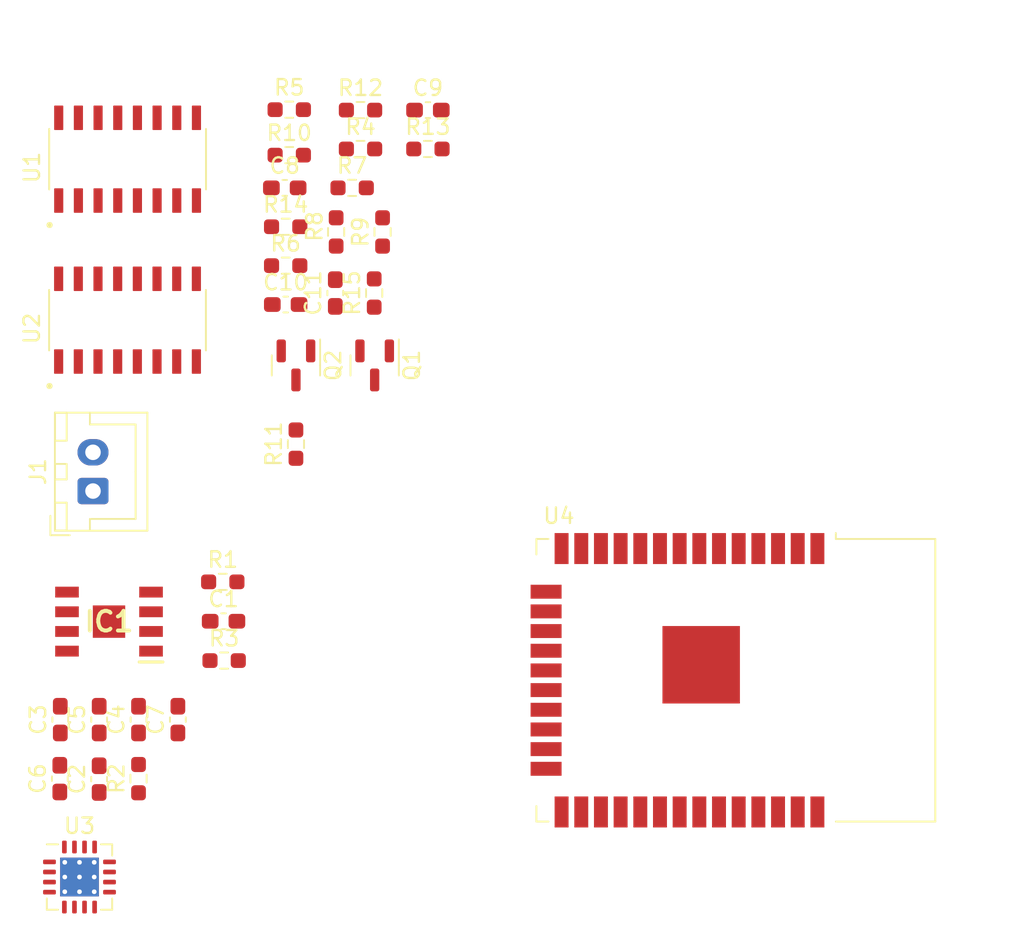
<source format=kicad_pcb>
(kicad_pcb (version 20211014) (generator pcbnew)
  (layers (0 "F.Cu" signal) (31 "B.Cu" signal) (34 "B.Paste" user) (35 "F.Paste" user) (36 "B.SilkS" user "B.Silkscreen") (37 "F.SilkS" user "F.Silkscreen") (38 "B.Mask" user) (39 "F.Mask" user) (44 "Edge.Cuts" user))
  (net 0 "")
  (net 2 "Net-(C1-Pad1)")
  (net 3 "Net-(C1-Pad2)")
  (net 4 "Net-(C3-Pad2)")
  (net 5 "BAT")
  (net 6 "Net-(C4-Pad2)")
  (net 7 "Net-(C6-Pad1)")
  (net 8 "Net-(IC1-Pad7)")
  (net 12 "Net-(C2-Pad1)")
  (net 13 "Net-(C3-Pad1)")
  (net 14 "Net-(D1-Pad2)")
  (net 15 "Net-(D1-Pad1)")
  (net 18 "/BASE")
  (net 19 "GND")
  (net 20 "/BASE1")
  (net 21 "Net-(C10-Pad2)")
  (net 22 "Net-(C11-Pad1)")
  (net 23 "/VSUP")
  (net 24 "Net-(J2-Pad3)")
  (net 25 "Net-(J2-Pad4)")
  (net 26 "Net-(J3-Pad4)")
  (net 27 "Net-(J3-Pad3)")
  (net 28 "/VFB")
  (net 29 "Net-(J4-Pad3)")
  (net 30 "Net-(R10-Pad2)")
  (net 31 "Net-(J4-Pad4)")
  (net 32 "Net-(R11-Pad2)")
  (net 33 "Net-(J5-Pad4)")
  (net 34 "Net-(R12-Pad2)")
  (net 35 "Net-(R13-Pad1)")
  (net 36 "Net-(J5-Pad3)")
  (net 37 "/VFB1")
  (net 38 "/SCK")
  (net 39 "/Dout")
  (net 40 "/Dout1")
  (net 41 "Net-(C8-Pad2)")
  (net 42 "Net-(C9-Pad1)")
  (net 43 "Net-(R4-Pad2)")
  (net 44 "Net-(R5-Pad2)")
  (net 45 "Net-(R6-Pad2)")
  (net 46 "Net-(R7-Pad1)")
  (net 57 "Net-(U3-Pad10)")
  (net 58 "Net-(U4-Pad1)")
  (footprint "Package_TO_SOT_SMD:SOT-23" (layer "F.Cu") (at 95.25 44.45 -90)
    (fp_text reference "Q2" (at 0 -2.4 -270) (layer "F.SilkS"))
    (fp_text value "BC860")
    (fp_line (start 0 1.56) (end 0.65 1.56) (layer "F.SilkS") (width 0.12))
    (fp_line (start 0 -1.56) (end -1.675 -1.56) (layer "F.SilkS") (width 0.12))
    (fp_line (start 0 1.56) (end -0.65 1.56) (layer "F.SilkS") (width 0.12))
    (fp_line (start 0 -1.56) (end 0.65 -1.56) (layer "F.SilkS") (width 0.12))
    (pad "1" smd roundrect (at -0.9375 -0.95 270) (size 1.475 0.6) (layers "F.Cu" "F.Paste" "F.Mask") (net 20 "/BASE1"))
    (pad "2" smd roundrect (at -0.9375 0.95 270) (size 1.475 0.6) (layers "F.Cu" "F.Paste" "F.Mask") (net 23 "/VSUP"))
    (pad "3" smd roundrect (at 0.9375 0 270) (size 1.475 0.6) (layers "F.Cu" "F.Paste" "F.Mask") (net 22 "Net-(C11-Pad1)"))
  )
  (footprint "Capacitor_SMD:C_0603_1608Metric_Pad1.08x0.95mm_HandSolder" (layer "F.Cu") (at 80.04 67.31 90)
    (fp_text reference "C3" (at 0 -1.43 90) (layer "F.SilkS"))
    (fp_text value "C_Small")
    (fp_line (start -0.146267 0.51) (end 0.146267 0.51) (layer "F.SilkS") (width 0.12))
    (fp_line (start -0.146267 -0.51) (end 0.146267 -0.51) (layer "F.SilkS") (width 0.12))
    (pad "1" smd roundrect (at -0.8625 0 90) (size 1.075 0.95) (layers "F.Cu" "F.Paste" "F.Mask") (net 13 "Net-(C3-Pad1)"))
    (pad "2" smd roundrect (at 0.8625 0 90) (size 1.075 0.95) (layers "F.Cu" "F.Paste" "F.Mask") (net 4 "Net-(C3-Pad2)"))
  )
  (footprint "Resistor_SMD:R_0603_1608Metric_Pad0.98x0.95mm_HandSolder" (layer "F.Cu") (at 95.25 49.53 90)
    (fp_text reference "R11" (at 0 -1.43 90) (layer "F.SilkS"))
    (fp_text value "R_US")
    (fp_line (start -0.254724 0.5225) (end 0.254724 0.5225) (layer "F.SilkS") (width 0.12))
    (fp_line (start -0.254724 -0.5225) (end 0.254724 -0.5225) (layer "F.SilkS") (width 0.12))
    (pad "1" smd roundrect (at -0.9125 0 90) (size 0.975 0.95) (layers "F.Cu" "F.Paste" "F.Mask") (net 31 "Net-(J4-Pad4)"))
    (pad "2" smd roundrect (at 0.9125 0 90) (size 0.975 0.95) (layers "F.Cu" "F.Paste" "F.Mask") (net 32 "Net-(R11-Pad2)"))
  )
  (footprint "Capacitor_SMD:C_0603_1608Metric_Pad1.08x0.95mm_HandSolder" (layer "F.Cu") (at 94.5875 40.52)
    (fp_text reference "C10" (at 0 -1.43) (layer "F.SilkS"))
    (fp_text value "C_Small")
    (fp_line (start -0.146267 0.51) (end 0.146267 0.51) (layer "F.SilkS") (width 0.12))
    (fp_line (start -0.146267 -0.51) (end 0.146267 -0.51) (layer "F.SilkS") (width 0.12))
    (pad "1" smd roundrect (at -0.8625 0) (size 1.075 0.95) (layers "F.Cu" "F.Paste" "F.Mask") (net 20 "/BASE1"))
    (pad "2" smd roundrect (at 0.8625 0) (size 1.075 0.95) (layers "F.Cu" "F.Paste" "F.Mask") (net 21 "Net-(C10-Pad2)"))
  )
  (footprint "Resistor_SMD:R_0603_1608Metric_Pad0.98x0.95mm_HandSolder" (layer "F.Cu") (at 85.09 71.12 90)
    (fp_text reference "R2" (at 0 -1.43 90) (layer "F.SilkS"))
    (fp_text value "R_US")
    (fp_line (start -0.254724 0.5225) (end 0.254724 0.5225) (layer "F.SilkS") (width 0.12))
    (fp_line (start -0.254724 -0.5225) (end 0.254724 -0.5225) (layer "F.SilkS") (width 0.12))
    (pad "1" smd roundrect (at -0.9125 0 90) (size 0.975 0.95) (layers "F.Cu" "F.Paste" "F.Mask"))
    (pad "2" smd roundrect (at 0.9125 0 90) (size 0.975 0.95) (layers "F.Cu" "F.Paste" "F.Mask"))
  )
  (footprint "Resistor_SMD:R_0603_1608Metric_Pad0.98x0.95mm_HandSolder" (layer "F.Cu") (at 100.841274 35.83592 90)
    (fp_text reference "R9" (at 0 -1.43 90) (layer "F.SilkS"))
    (fp_text value "R_US")
    (fp_line (start -0.254724 -0.5225) (end 0.254724 -0.5225) (layer "F.SilkS") (width 0.12))
    (fp_line (start -0.254724 0.5225) (end 0.254724 0.5225) (layer "F.SilkS") (width 0.12))
    (pad "1" smd roundrect (at -0.9125 0 90) (size 0.975 0.95) (layers "F.Cu" "F.Paste" "F.Mask") (net 28 "/VFB"))
    (pad "2" smd roundrect (at 0.9125 0 90) (size 0.975 0.95) (layers "F.Cu" "F.Paste" "F.Mask") (net 19 "GND"))
  )
  (footprint "Resistor_SMD:R_0603_1608Metric_Pad0.98x0.95mm_HandSolder" (layer "F.Cu") (at 97.844074 35.83402 90)
    (fp_text reference "R8" (at 0.3556 -1.397 90) (layer "F.SilkS"))
    (fp_text value "R_US")
    (fp_line (start -0.254724 0.5225) (end 0.254724 0.5225) (layer "F.SilkS") (width 0.12))
    (fp_line (start -0.254724 -0.5225) (end 0.254724 -0.5225) (layer "F.SilkS") (width 0.12))
    (pad "1" smd roundrect (at -0.9125 0 90) (size 0.975 0.95) (layers "F.Cu" "F.Paste" "F.Mask") (net 42 "Net-(C9-Pad1)"))
    (pad "2" smd roundrect (at 0.9125 0 90) (size 0.975 0.95) (layers "F.Cu" "F.Paste" "F.Mask") (net 28 "/VFB"))
  )
  (footprint "Capacitor_SMD:C_0603_1608Metric_Pad1.08x0.95mm_HandSolder" (layer "F.Cu") (at 90.5775 60.96)
    (fp_text reference "C1" (at 0 -1.43) (layer "F.SilkS"))
    (fp_text value "C_Small")
    (fp_line (start -0.146267 0.51) (end 0.146267 0.51) (layer "F.SilkS") (width 0.12))
    (fp_line (start -0.146267 -0.51) (end 0.146267 -0.51) (layer "F.SilkS") (width 0.12))
    (pad "1" smd roundrect (at -0.8625 0) (size 1.075 0.95) (layers "F.Cu" "F.Paste" "F.Mask") (net 2 "Net-(C1-Pad1)"))
    (pad "2" smd roundrect (at 0.8625 0) (size 1.075 0.95) (layers "F.Cu" "F.Paste" "F.Mask") (net 3 "Net-(C1-Pad2)"))
  )
  (footprint "Capacitor_SMD:C_0603_1608Metric_Pad1.08x0.95mm_HandSolder" (layer "F.Cu") (at 87.63 67.31 90)
    (fp_text reference "C7" (at 0 -1.43 90) (layer "F.SilkS"))
    (fp_text value "C_Small")
    (fp_line (start -0.146267 -0.51) (end 0.146267 -0.51) (layer "F.SilkS") (width 0.12))
    (fp_line (start -0.146267 0.51) (end 0.146267 0.51) (layer "F.SilkS") (width 0.12))
    (pad "1" smd roundrect (at -0.8625 0 90) (size 1.075 0.95) (layers "F.Cu" "F.Paste" "F.Mask") (net 13 "Net-(C3-Pad1)"))
    (pad "2" smd roundrect (at 0.8625 0 90) (size 1.075 0.95) (layers "F.Cu" "F.Paste" "F.Mask") (net 4 "Net-(C3-Pad2)"))
  )
  (footprint "HX711:SOP127P600X180-16N" (layer "F.Cu") (at 84.3838 31.1385 90)
    (fp_text reference "U1" (at -0.535 -6.172 90) (layer "F.SilkS"))
    (fp_text value "HX711")
    (fp_line (start -1.95 5.06) (end 1.95 5.06) (layer "F.SilkS") (width 0.127))
    (fp_line (start -1.95 -5.06) (end 1.95 -5.06) (layer "F.SilkS") (width 0.127))
    (fp_circle (center -4.25 -5.035) (end -4.15 -5.035) (layer "F.SilkS") (width 0.2) (fill none))
    (pad "1" smd roundrect locked (at -2.67 -4.445 90) (size 1.58 0.59) (layers "F.Cu" "F.Paste" "F.Mask") (roundrect_rratio 0.07) (net 23 "/VSUP"))
    (pad "2" smd roundrect locked (at -2.67 -3.175 90) (size 1.58 0.59) (layers "F.Cu" "F.Paste" "F.Mask") (roundrect_rratio 0.07) (net 18 "/BASE"))
    (pad "3" smd roundrect locked (at -2.67 -1.905 90) (size 1.58 0.59) (layers "F.Cu" "F.Paste" "F.Mask") (roundrect_rratio 0.07) (net 42 "Net-(C9-Pad1)"))
    (pad "4" smd roundrect locked (at -2.67 -0.635 90) (size 1.58 0.59) (layers "F.Cu" "F.Paste" "F.Mask") (roundrect_rratio 0.07) (net 28 "/VFB"))
    (pad "5" smd roundrect locked (at -2.67 0.635 90) (size 1.58 0.59) (layers "F.Cu" "F.Paste" "F.Mask") (roundrect_rratio 0.07) (net 19 "GND"))
    (pad "6" smd roundrect locked (at -2.67 1.905 90) (size 1.58 0.59) (layers "F.Cu" "F.Paste" "F.Mask") (roundrect_rratio 0.07) (net 41 "Net-(C8-Pad2)"))
    (pad "7" smd roundrect locked (at -2.67 3.175 90) (size 1.58 0.59) (layers "F.Cu" "F.Paste" "F.Mask") (roundrect_rratio 0.07) (net 43 "Net-(R4-Pad2)"))
    (pad "8" smd roundrect locked (at -2.67 4.445 90) (size 1.58 0.59) (layers "F.Cu" "F.Paste" "F.Mask") (roundrect_rratio 0.07) (net 44 "Net-(R5-Pad2)"))
    (pad "9" smd roundrect locked (at 2.67 4.445 90) (size 1.58 0.59) (layers "F.Cu" "F.Paste" "F.Mask") (roundrect_rratio 0.07) (net 45 "Net-(R6-Pad2)"))
    (pad "10" smd roundrect locked (at 2.67 3.175 90) (size 1.58 0.59) (layers "F.Cu" "F.Paste" "F.Mask") (roundrect_rratio 0.07) (net 46 "Net-(R7-Pad1)"))
    (pad "11" smd roundrect locked (at 2.67 1.905 90) (size 1.58 0.59) (layers "F.Cu" "F.Paste" "F.Mask") (roundrect_rratio 0.07) (net 38 "/SCK"))
    (pad "12" smd roundrect locked (at 2.67 0.635 90) (size 1.58 0.59) (layers "F.Cu" "F.Paste" "F.Mask") (roundrect_rratio 0.07) (net 39 "/Dout"))
    (pad "13" smd roundrect locked (at 2.67 -0.635 90) (size 1.58 0.59) (layers "F.Cu" "F.Paste" "F.Mask") (roundrect_rratio 0.07))
    (pad "14" smd roundrect locked (at 2.67 -1.905 90) (size 1.58 0.59) (layers "F.Cu" "F.Paste" "F.Mask") (roundrect_rratio 0.07) (net 19 "GND"))
    (pad "15" smd roundrect locked (at 2.67 -3.175 90) (size 1.58 0.59) (layers "F.Cu" "F.Paste" "F.Mask") (roundrect_rratio 0.07) (net 19 "GND"))
    (pad "16" smd roundrect locked (at 2.67 -4.445 90) (size 1.58 0.59) (layers "F.Cu" "F.Paste" "F.Mask") (roundrect_rratio 0.07) (net 23 "/VSUP"))
  )
  (footprint "Capacitor_SMD:C_0603_1608Metric_Pad1.08x0.95mm_HandSolder" (layer "F.Cu") (at 97.79 39.7775 90)
    (fp_text reference "C11" (at 0 -1.43 90) (layer "F.SilkS"))
    (fp_text value "C_Small")
    (fp_line (start -0.146267 0.51) (end 0.146267 0.51) (layer "F.SilkS") (width 0.12))
    (fp_line (start -0.146267 -0.51) (end 0.146267 -0.51) (layer "F.SilkS") (width 0.12))
    (pad "1" smd roundrect (at -0.8625 0 90) (size 1.075 0.95) (layers "F.Cu" "F.Paste" "F.Mask") (net 22 "Net-(C11-Pad1)"))
    (pad "2" smd roundrect (at 0.8625 0 90) (size 1.075 0.95) (layers "F.Cu" "F.Paste" "F.Mask") (net 19 "GND"))
  )
  (footprint "ip5306:SOIC127P600X165-9N" (layer "F.Cu") (at 83.185 60.9854 180)
    (fp_text reference "IC1" (at 0 0) (layer "F.SilkS") (effects (font (size 1.27 1.27) (thickness 0.254))))
    (fp_text value "IP5306_4.35V" hide)
    (fp_line (start -3.475 -2.605) (end -1.95 -2.605) (layer "F.SilkS") (width 0.2))
    (pad "1" smd rect locked (at -2.712 -1.905 270) (size 0.7 1.525) (layers "F.Cu" "F.Paste" "F.Mask") (net 12 "Net-(C2-Pad1)"))
    (pad "2" smd rect locked (at -2.712 -0.635 270) (size 0.7 1.525) (layers "F.Cu" "F.Paste" "F.Mask") (net 14 "Net-(D1-Pad2)"))
    (pad "3" smd rect locked (at -2.712 0.635 270) (size 0.7 1.525) (layers "F.Cu" "F.Paste" "F.Mask") (net 5 "BAT"))
    (pad "4" smd rect locked (at -2.712 1.905 270) (size 0.7 1.525) (layers "F.Cu" "F.Paste" "F.Mask") (net 5 "BAT"))
    (pad "5" smd rect locked (at 2.712 1.905 270) (size 0.7 1.525) (layers "F.Cu" "F.Paste" "F.Mask"))
    (pad "6" smd rect locked (at 2.712 0.635 270) (size 0.7 1.525) (layers "F.Cu" "F.Paste" "F.Mask") (net 5 "BAT"))
    (pad "7" smd rect locked (at 2.712 -0.635 270) (size 0.7 1.525) (layers "F.Cu" "F.Paste" "F.Mask") (net 8 "Net-(IC1-Pad7)"))
    (pad "8" smd rect locked (at 2.712 -1.905 270) (size 0.7 1.525) (layers "F.Cu" "F.Paste" "F.Mask") (net 13 "Net-(C3-Pad1)"))
    (pad "9" smd rect locked (at 0 0 180) (size 2.09 2.09) (layers "F.Cu" "F.Paste" "F.Mask") (net 15 "Net-(D1-Pad1)"))
  )
  (footprint "HX711:SOP127P600X180-16N" (layer "F.Cu") (at 84.3788 41.529 90)
    (fp_text reference "U2" (at -0.535 -6.172 90) (layer "F.SilkS"))
    (fp_text value "HX711")
    (fp_line (start -1.95 -5.06) (end 1.95 -5.06) (layer "F.SilkS") (width 0.127))
    (fp_line (start -1.95 5.06) (end 1.95 5.06) (layer "F.SilkS") (width 0.127))
    (fp_circle (center -4.25 -5.035) (end -4.15 -5.035) (layer "F.SilkS") (width 0.2) (fill none))
    (pad "1" smd roundrect locked (at -2.67 -4.445 90) (size 1.58 0.59) (layers "F.Cu" "F.Paste" "F.Mask") (roundrect_rratio 0.07) (net 23 "/VSUP"))
    (pad "2" smd roundrect locked (at -2.67 -3.175 90) (size 1.58 0.59) (layers "F.Cu" "F.Paste" "F.Mask") (roundrect_rratio 0.07) (net 20 "/BASE1"))
    (pad "3" smd roundrect locked (at -2.67 -1.905 90) (size 1.58 0.59) (layers "F.Cu" "F.Paste" "F.Mask") (roundrect_rratio 0.07) (net 22 "Net-(C11-Pad1)"))
    (pad "4" smd roundrect locked (at -2.67 -0.635 90) (size 1.58 0.59) (layers "F.Cu" "F.Paste" "F.Mask") (roundrect_rratio 0.07) (net 37 "/VFB1"))
    (pad "5" smd roundrect locked (at -2.67 0.635 90) (size 1.58 0.59) (layers "F.Cu" "F.Paste" "F.Mask") (roundrect_rratio 0.07) (net 19 "GND"))
    (pad "6" smd roundrect locked (at -2.67 1.905 90) (size 1.58 0.59) (layers "F.Cu" "F.Paste" "F.Mask") (roundrect_rratio 0.07) (net 21 "Net-(C10-Pad2)"))
    (pad "7" smd roundrect locked (at -2.67 3.175 90) (size 1.58 0.59) (layers "F.Cu" "F.Paste" "F.Mask") (roundrect_rratio 0.07) (net 30 "Net-(R10-Pad2)"))
    (pad "8" smd roundrect locked (at -2.67 4.445 90) (size 1.58 0.59) (layers "F.Cu" "F.Paste" "F.Mask") (roundrect_rratio 0.07) (net 32 "Net-(R11-Pad2)"))
    (pad "9" smd roundrect locked (at 2.67 4.445 90) (size 1.58 0.59) (layers "F.Cu" "F.Paste" "F.Mask") (roundrect_rratio 0.07) (net 34 "Net-(R12-Pad2)"))
    (pad "10" smd roundrect locked (at 2.67 3.175 90) (size 1.58 0.59) (layers "F.Cu" "F.Paste" "F.Mask") (roundrect_rratio 0.07) (net 35 "Net-(R13-Pad1)"))
    (pad "11" smd roundrect locked (at 2.67 1.905 90) (size 1.58 0.59) (layers "F.Cu" "F.Paste" "F.Mask") (roundrect_rratio 0.07) (net 38 "/SCK"))
    (pad "12" smd roundrect locked (at 2.67 0.635 90) (size 1.58 0.59) (layers "F.Cu" "F.Paste" "F.Mask") (roundrect_rratio 0.07) (net 40 "/Dout1"))
    (pad "13" smd roundrect locked (at 2.67 -0.635 90) (size 1.58 0.59) (layers "F.Cu" "F.Paste" "F.Mask") (roundrect_rratio 0.07))
    (pad "14" smd roundrect locked (at 2.67 -1.905 90) (size 1.58 0.59) (layers "F.Cu" "F.Paste" "F.Mask") (roundrect_rratio 0.07) (net 19 "GND"))
    (pad "15" smd roundrect locked (at 2.67 -3.175 90) (size 1.58 0.59) (layers "F.Cu" "F.Paste" "F.Mask") (roundrect_rratio 0.07) (net 19 "GND"))
    (pad "16" smd roundrect locked (at 2.67 -4.445 90) (size 1.58 0.59) (layers "F.Cu" "F.Paste" "F.Mask") (roundrect_rratio 0.07) (net 23 "/VSUP"))
  )
  (footprint "Resistor_SMD:R_0603_1608Metric_Pad0.98x0.95mm_HandSolder" (layer "F.Cu") (at 99.4175 30.48)
    (fp_text reference "R4" (at 0 -1.43) (layer "F.SilkS"))
    (fp_text value "R_US")
    (fp_line (start -0.254724 -0.5225) (end 0.254724 -0.5225) (layer "F.SilkS") (width 0.12))
    (fp_line (start -0.254724 0.5225) (end 0.254724 0.5225) (layer "F.SilkS") (width 0.12))
    (pad "1" smd roundrect (at -0.9125 0) (size 0.975 0.95) (layers "F.Cu" "F.Paste" "F.Mask") (net 24 "Net-(J2-Pad3)"))
    (pad "2" smd roundrect (at 0.9125 0) (size 0.975 0.95) (layers "F.Cu" "F.Paste" "F.Mask") (net 43 "Net-(R4-Pad2)"))
  )
  (footprint "Connector_JST:JST_XH_B2B-XH-A_1x02_P2.50mm_Vertical" (layer "F.Cu") (at 82.152 52.558 90)
    (fp_text reference "J1" (at 1.25 -3.55 90) (layer "F.SilkS"))
    (fp_text value "Conn_01x02")
    (fp_line (start -1.6 -2.75) (end -2.85 -2.75) (layer "F.SilkS") (width 0.12))
    (fp_line (start 5.06 -2.46) (end -2.56 -2.46) (layer "F.SilkS") (width 0.12))
    (fp_line (start 0.75 -1.7) (end 1.75 -1.7) (layer "F.SilkS") (width 0.12))
    (fp_line (start 5.06 3.51) (end 5.06 -2.46) (layer "F.SilkS") (width 0.12))
    (fp_line (start -2.56 -2.46) (end -2.56 3.51) (layer "F.SilkS") (width 0.12))
    (fp_line (start 4.3 2.75) (end 1.25 2.75) (layer "F.SilkS") (width 0.12))
    (fp_line (start 4.3 -0.2) (end 4.3 2.75) (layer "F.SilkS") (width 0.12))
    (fp_line (start 1.75 -2.45) (end 0.75 -2.45) (layer "F.SilkS") (width 0.12))
    (fp_line (start 3.25 -2.45) (end 3.25 -1.7) (layer "F.SilkS") (width 0.12))
    (fp_line (start 5.05 -0.2) (end 4.3 -0.2) (layer "F.SilkS") (width 0.12))
    (fp_line (start 0.75 -2.45) (end 0.75 -1.7) (layer "F.SilkS") (width 0.12))
    (fp_line (start -1.8 -0.2) (end -1.8 2.75) (layer "F.SilkS") (width 0.12))
    (fp_line (start -1.8 2.75) (end 1.25 2.75) (layer "F.SilkS") (width 0.12))
    (fp_line (start -2.56 3.51) (end 5.06 3.51) (layer "F.SilkS") (width 0.12))
    (fp_line (start 5.05 -2.45) (end 3.25 -2.45) (layer "F.SilkS") (width 0.12))
    (fp_line (start -0.75 -1.7) (end -0.75 -2.45) (layer "F.SilkS") (width 0.12))
    (fp_line (start 3.25 -1.7) (end 5.05 -1.7) (layer "F.SilkS") (width 0.12))
    (fp_line (start 1.75 -1.7) (end 1.75 -2.45) (layer "F.SilkS") (width 0.12))
    (fp_line (start -0.75 -2.45) (end -2.55 -2.45) (layer "F.SilkS") (width 0.12))
    (fp_line (start 5.05 -1.7) (end 5.05 -2.45) (layer "F.SilkS") (width 0.12))
    (fp_line (start -2.55 -1.7) (end -0.75 -1.7) (layer "F.SilkS") (width 0.12))
    (fp_line (start -2.85 -2.75) (end -2.85 -1.5) (layer "F.SilkS") (width 0.12))
    (fp_line (start -2.55 -2.45) (end -2.55 -1.7) (layer "F.SilkS") (width 0.12))
    (fp_line (start -2.55 -0.2) (end -1.8 -0.2) (layer "F.SilkS") (width 0.12))
    (pad "1" thru_hole roundrect (at 0 0 90) (size 1.7 2) (drill 1) (layers *.Cu *.Mask) (roundrect_rratio 0.147059))
    (pad "2" thru_hole oval (at 2.5 0 90) (size 1.7 2) (drill 1) (layers *.Cu *.Mask) (net 12 "Net-(C2-Pad1)"))
  )
  (footprint "Capacitor_SMD:C_0603_1608Metric_Pad1.08x0.95mm_HandSolder" (layer "F.Cu") (at 80.01 71.12 90)
    (fp_text reference "C6" (at 0 -1.43 90) (layer "F.SilkS"))
    (fp_text value "C_Small")
    (fp_line (start -0.146267 0.51) (end 0.146267 0.51) (layer "F.SilkS") (width 0.12))
    (fp_line (start -0.146267 -0.51) (end 0.146267 -0.51) (layer "F.SilkS") (width 0.12))
    (pad "1" smd roundrect (at -0.8625 0 90) (size 1.075 0.95) (layers "F.Cu" "F.Paste" "F.Mask") (net 7 "Net-(C6-Pad1)"))
    (pad "2" smd roundrect (at 0.8625 0 90) (size 1.075 0.95) (layers "F.Cu" "F.Paste" "F.Mask") (net 6 "Net-(C4-Pad2)"))
  )
  (footprint "Resistor_SMD:R_0603_1608Metric_Pad0.98x0.95mm_HandSolder" (layer "F.Cu") (at 94.818205 30.877044)
    (fp_text reference "R10" (at 0 -1.43) (layer "F.SilkS"))
    (fp_text value "R_US")
    (fp_line (start -0.254724 0.5225) (end 0.254724 0.5225) (layer "F.SilkS") (width 0.12))
    (fp_line (start -0.254724 -0.5225) (end 0.254724 -0.5225) (layer "F.SilkS") (width 0.12))
    (pad "1" smd roundrect (at -0.9125 0) (size 0.975 0.95) (layers "F.Cu" "F.Paste" "F.Mask") (net 29 "Net-(J4-Pad3)"))
    (pad "2" smd roundrect (at 0.9125 0) (size 0.975 0.95) (layers "F.Cu" "F.Paste" "F.Mask") (net 30 "Net-(R10-Pad2)"))
  )
  (footprint "Resistor_SMD:R_0603_1608Metric_Pad0.98x0.95mm_HandSolder" (layer "F.Cu") (at 90.615624 63.5)
    (fp_text reference "R3" (at 0 -1.43) (layer "F.SilkS"))
    (fp_text value "R_US")
    (fp_line (start -0.254724 -0.5225) (end 0.254724 -0.5225) (layer "F.SilkS") (width 0.12))
    (fp_line (start -0.254724 0.5225) (end 0.254724 0.5225) (layer "F.SilkS") (width 0.12))
    (pad "1" smd roundrect (at -0.9125 0) (size 0.975 0.95) (layers "F.Cu" "F.Paste" "F.Mask") (net 5 "BAT"))
    (pad "2" smd roundrect (at 0.9125 0) (size 0.975 0.95) (layers "F.Cu" "F.Paste" "F.Mask") (net 7 "Net-(C6-Pad1)"))
  )
  (footprint "Resistor_SMD:R_0603_1608Metric_Pad0.98x0.95mm_HandSolder" (layer "F.Cu") (at 99.4175 27.97)
    (fp_text reference "R12" (at 0 -1.43) (layer "F.SilkS"))
    (fp_text value "R_US")
    (fp_line (start -0.254724 0.5225) (end 0.254724 0.5225) (layer "F.SilkS") (width 0.12))
    (fp_line (start -0.254724 -0.5225) (end 0.254724 -0.5225) (layer "F.SilkS") (width 0.12))
    (pad "1" smd roundrect (at -0.9125 0) (size 0.975 0.95) (layers "F.Cu" "F.Paste" "F.Mask") (net 33 "Net-(J5-Pad4)"))
    (pad "2" smd roundrect (at 0.9125 0) (size 0.975 0.95) (layers "F.Cu" "F.Paste" "F.Mask") (net 34 "Net-(R12-Pad2)"))
  )
  (footprint "Package_DFN_QFN:QFN-16-1EP_4x4mm_P0.65mm_EP2.5x2.5mm_ThermalVias" (layer "F.Cu") (at 81.28 77.47)
    (fp_text reference "U3" (at 0 -3.3) (layer "F.SilkS"))
    (fp_text value "TP5100")
    (fp_line (start 2.11 -2.11) (end 2.11 -1.385) (layer "F.SilkS") (width 0.12))
    (fp_line (start -2.11 2.11) (end -2.11 1.385) (layer "F.SilkS") (width 0.12))
    (fp_line (start 2.11 2.11) (end 2.11 1.385) (layer "F.SilkS") (width 0.12))
    (fp_line (start 1.385 2.11) (end 2.11 2.11) (layer "F.SilkS") (width 0.12))
    (fp_line (start 1.385 -2.11) (end 2.11 -2.11) (layer "F.SilkS") (width 0.12))
    (fp_line (start -1.385 -2.11) (end -2.11 -2.11) (layer "F.SilkS") (width 0.12))
    (fp_line (start -1.385 2.11) (end -2.11 2.11) (layer "F.SilkS") (width 0.12))
    (pad "1" smd roundrect (at -1.9375 -0.975) (size 0.825 0.3) (layers "F.Cu" "F.Paste" "F.Mask"))
    (pad "2" smd roundrect (at -1.9375 -0.325) (size 0.825 0.3) (layers "F.Cu" "F.Paste" "F.Mask"))
    (pad "3" smd roundrect (at -1.9375 0.325) (size 0.825 0.3) (layers "F.Cu" "F.Paste" "F.Mask"))
    (pad "4" smd roundrect (at -1.9375 0.975) (size 0.825 0.3) (layers "F.Cu" "F.Paste" "F.Mask"))
    (pad "5" smd roundrect (at -0.975 1.9375) (size 0.3 0.825) (layers "F.Cu" "F.Paste" "F.Mask"))
    (pad "6" smd roundrect (at -0.325 1.9375) (size 0.3 0.825) (layers "F.Cu" "F.Paste" "F.Mask"))
    (pad "7" smd roundrect (at 0.325 1.9375) (size 0.3 0.825) (layers "F.Cu" "F.Paste" "F.Mask"))
    (pad "8" smd roundrect (at 0.975 1.9375) (size 0.3 0.825) (layers "F.Cu" "F.Paste" "F.Mask"))
    (pad "9" smd roundrect (at 1.9375 0.975) (size 0.825 0.3) (layers "F.Cu" "F.Paste" "F.Mask"))
    (pad "10" smd roundrect (at 1.9375 0.325) (size 0.825 0.3) (layers "F.Cu" "F.Paste" "F.Mask") (net 57 "Net-(U3-Pad10)"))
    (pad "11" smd roundrect (at 1.9375 -0.325) (size 0.825 0.3) (layers "F.Cu" "F.Paste" "F.Mask"))
    (pad "12" smd roundrect (at 1.9375 -0.975) (size 0.825 0.3) (layers "F.Cu" "F.Paste" "F.Mask") (net 57 "Net-(U3-Pad10)"))
    (pad "13" smd roundrect (at 0.975 -1.9375) (size 0.3 0.825) (layers "F.Cu" "F.Paste" "F.Mask"))
    (pad "14" smd roundrect (at 0.325 -1.9375) (size 0.3 0.825) (layers "F.Cu" "F.Paste" "F.Mask"))
    (pad "15" smd roundrect (at -0.325 -1.9375) (size 0.3 0.825) (layers "F.Cu" "F.Paste" "F.Mask"))
    (pad "16" smd roundrect (at -0.975 -1.9375) (size 0.3 0.825) (layers "F.Cu" "F.Paste" "F.Mask"))
    (pad "17" thru_hole circle (at -0.95 0.95) (size 0.6 0.6) (drill 0.3) (layers *.Cu))
    (pad "17" thru_hole circle (at 0.95 0) (size 0.6 0.6) (drill 0.3) (layers *.Cu))
    (pad "17" thru_hole circle (at 0 0.95) (size 0.6 0.6) (drill 0.3) (layers *.Cu))
    (pad "17" smd rect (at 0 0) (size 2.5 2.5) (layers "B.Cu"))
    (pad "17" thru_hole circle (at 0 -0.95) (size 0.6 0.6) (drill 0.3) (layers *.Cu))
    (pad "17" thru_hole circle (at 0.95 0.95) (size 0.6 0.6) (drill 0.3) (layers *.Cu))
    (pad "17" thru_hole circle (at 0 0) (size 0.6 0.6) (drill 0.3) (layers *.Cu))
    (pad "17" smd rect (at 0 0) (size 2.5 2.5) (layers "F.Cu" "F.Mask"))
    (pad "17" thru_hole circle (at -0.95 0) (size 0.6 0.6) (drill 0.3) (layers *.Cu))
    (pad "17" thru_hole circle (at 0.95 -0.95) (size 0.6 0.6) (drill 0.3) (layers *.Cu))
    (pad "17" thru_hole circle (at -0.95 -0.95) (size 0.6 0.6) (drill 0.3) (layers *.Cu))
  )
  (footprint "RF_Module:ESP32-WROOM-32" (layer "F.Cu") (at 120.65 64.77 -90)
    (fp_text reference "U4" (at -10.61 8.43) (layer "F.SilkS"))
    (fp_text value "ESP32-WROOM-32D")
    (fp_line (start 9.12 9.1) (end 9.12 9.88) (layer "F.SilkS") (width 0.12))
    (fp_line (start -9.12 -15.865) (end 9.12 -15.865) (layer "F.SilkS") (width 0.12))
    (fp_line (start 9.12 9.88) (end 8.12 9.88) (layer "F.SilkS") (width 0.12))
    (fp_line (start -9.12 -15.865) (end -9.12 -9.445) (layer "F.SilkS") (width 0.12))
    (fp_line (start -9.12 -9.445) (end -9.5 -9.445) (layer "F.SilkS") (width 0.12))
    (fp_line (start -9.12 9.1) (end -9.12 9.88) (layer "F.SilkS") (width 0.12))
    (fp_line (start -9.12 9.88) (end -8.12 9.88) (layer "F.SilkS") (width 0.12))
    (fp_line (start 9.12 -15.865) (end 9.12 -9.445) (layer "F.SilkS") (width 0.12))
    (pad "1" smd rect (at -8.5 -8.255 270) (size 2 0.9) (layers "F.Cu" "F.Paste" "F.Mask") (net 58 "Net-(U4-Pad1)"))
    (pad "2" smd rect (at -8.5 -6.985 270) (size 2 0.9) (layers "F.Cu" "F.Paste" "F.Mask"))
    (pad "3" smd rect (at -8.5 -5.715 270) (size 2 0.9) (layers "F.Cu" "F.Paste" "F.Mask"))
    (pad "4" smd rect (at -8.5 -4.445 270) (size 2 0.9) (layers "F.Cu" "F.Paste" "F.Mask"))
    (pad "5" smd rect (at -8.5 -3.175 270) (size 2 0.9) (layers "F.Cu" "F.Paste" "F.Mask"))
    (pad "6" smd rect (at -8.5 -1.905 270) (size 2 0.9) (layers "F.Cu" "F.Paste" "F.Mask"))
    (pad "7" smd rect (at -8.5 -0.635 270) (size 2 0.9) (layers "F.Cu" "F.Paste" "F.Mask"))
    (pad "8" smd rect (at -8.5 0.635 270) (size 2 0.9) (layers "F.Cu" "F.Paste" "F.Mask"))
    (pad "9" smd rect (at -8.5 1.905 270) (size 2 0.9) (layers "F.Cu" "F.Paste" "F.Mask"))
    (pad "10" smd rect (at -8.5 3.175 270) (size 2 0.9) (layers "F.Cu" "F.Paste" "F.Mask"))
    (pad "11" smd rect (at -8.5 4.445 270) (size 2 0.9) (layers "F.Cu" "F.Paste" "F.Mask"))
    (pad "12" smd rect (at -8.5 5.715 270) (size 2 0.9) (layers "F.Cu" "F.Paste" "F.Mask"))
    (pad "13" smd rect (at -8.5 6.985 270) (size 2 0.9) (layers "F.Cu" "F.Paste" "F.Mask"))
    (pad "14" smd rect (at -8.5 8.255 270) (size 2 0.9) (layers "F.Cu" "F.Paste" "F.Mask"))
    (pad "15" smd rect (at -5.715 9.255) (size 2 0.9) (layers "F.Cu" "F.Paste" "F.Mask") (net 58 "Net-(U4-Pad1)"))
    (pad "16" smd rect (at -4.445 9.255) (size 2 0.9) (layers "F.Cu" "F.Paste" "F.Mask"))
    (pad "17" smd rect (at -3.175 9.255) (size 2 0.9) (layers "F.Cu" "F.Paste" "F.Mask"))
    (pad "18" smd rect (at -1.905 9.255) (size 2 0.9) (layers "F.Cu" "F.Paste" "F.Mask"))
    (pad "19" smd rect (at -0.635 9.255) (size 2 0.9) (layers "F.Cu" "F.Paste" "F.Mask"))
    (pad "20" smd rect (at 0.635 9.255) (size 2 0.9) (layers "F.Cu" "F.Paste" "F.Mask"))
    (pad "21" smd rect (at 1.905 9.255) (size 2 0.9) (layers "F.Cu" "F.Paste" "F.Mask"))
    (pad "22" smd rect (at 3.175 9.255) (size 2 0.9) (layers "F.Cu" "F.Paste" "F.Mask"))
    (pad "23" smd rect (at 4.445 9.255) (size 2 0.9) (layers "F.Cu" "F.Paste" "F.Mask"))
    (pad "24" smd rect (at 5.715 9.255) (size 2 0.9) (layers "F.Cu" "F.Paste" "F.Mask"))
    (pad "25" smd rect (at 8.5 8.255 270) (size 2 0.9) (layers "F.Cu" "F.Paste" "F.Mask"))
    (pad "26" smd rect (at 8.5 6.985 270) (size 2 0.9) (layers "F.Cu" "F.Paste" "F.Mask"))
    (pad "27" smd rect (at 8.5 5.715 270) (size 2 0.9) (layers "F.Cu" "F.Paste" "F.Mask"))
    (pad "28" smd rect (at 8.5 4.445 270) (size 2 0.9) (layers "F.Cu" "F.Paste" "F.Mask"))
    (pad "29" smd rect (at 8.5 3.175 270) (size 2 0.9) (layers "F.Cu" "F.Paste" "F.Mask"))
    (pad "30" smd rect (at 8.5 1.905 270) (size 2 0.9) (layers "F.Cu" "F.Paste" "F.Mask"))
    (pad "31" smd rect (at 8.5 0.635 270) (size 2 0.9) (layers "F.Cu" "F.Paste" "F.Mask"))
    (pad "32" smd rect (at 8.5 -0.635 270) (size 2 0.9) (layers "F.Cu" "F.Paste" "F.Mask"))
    (pad "33" smd rect (at 8.5 -1.905 270) (size 2 0.9) (layers "F.Cu" "F.Paste" "F.Mask"))
    (pad "34" smd rect (at 8.5 -3.175 270) (size 2 0.9) (layers "F.Cu" "F.Paste" "F.Mask"))
    (pad "35" smd rect (at 8.5 -4.445 270) (size 2 0.9) (layers "F.Cu" "F.Paste" "F.Mask"))
    (pad "36" smd rect (at 8.5 -5.715 270) (size 2 0.9) (layers "F.Cu" "F.Paste" "F.Mask"))
    (pad "37" smd rect (at 8.5 -6.985 270) (size 2 0.9) (layers "F.Cu" "F.Paste" "F.Mask"))
    (pad "38" smd rect (at 8.5 -8.255 270) (size 2 0.9) (layers "F.Cu" "F.Paste" "F.Mask") (net 58 "Net-(U4-Pad1)"))
    (pad "39" smd rect (at -1 -0.755 270) (size 5 5) (layers "F.Cu" "F.Paste" "F.Mask") (net 58 "Net-(U4-Pad1)"))
  )
  (footprint "Capacitor_SMD:C_0603_1608Metric_Pad1.08x0.95mm_HandSolder" (layer "F.Cu") (at 82.55 67.31 90)
    (fp_text reference "C5" (at 0 -1.43 90) (layer "F.SilkS"))
    (fp_text value "C_Small")
    (fp_line (start -0.146267 0.51) (end 0.146267 0.51) (layer "F.SilkS") (width 0.12))
    (fp_line (start -0.146267 -0.51) (end 0.146267 -0.51) (layer "F.SilkS") (width 0.12))
    (pad "1" smd roundrect (at -0.8625 0 90) (size 1.075 0.95) (layers "F.Cu" "F.Paste" "F.Mask") (net 13 "Net-(C3-Pad1)"))
    (pad "2" smd roundrect (at 0.8625 0 90) (size 1.075 0.95) (layers "F.Cu" "F.Paste" "F.Mask") (net 4 "Net-(C3-Pad2)"))
  )
  (footprint "Resistor_SMD:R_0603_1608Metric_Pad0.98x0.95mm_HandSolder" (layer "F.Cu") (at 94.5875 38.01)
    (fp_text reference "R6" (at 0 -1.43) (layer "F.SilkS"))
    (fp_text value "R_US")
    (fp_line (start -0.254724 0.5225) (end 0.254724 0.5225) (layer "F.SilkS") (width 0.12))
    (fp_line (start -0.254724 -0.5225) (end 0.254724 -0.5225) (layer "F.SilkS") (width 0.12))
    (pad "1" smd roundrect (at -0.9125 0) (size 0.975 0.95) (layers "F.Cu" "F.Paste" "F.Mask") (net 26 "Net-(J3-Pad4)"))
    (pad "2" smd roundrect (at 0.9125 0) (size 0.975 0.95) (layers "F.Cu" "F.Paste" "F.Mask") (net 45 "Net-(R6-Pad2)"))
  )
  (footprint "Capacitor_SMD:C_0603_1608Metric_Pad1.08x0.95mm_HandSolder" (layer "F.Cu") (at 103.7675 27.97)
    (fp_text reference "C9" (at 0 -1.43) (layer "F.SilkS"))
    (fp_text value "C_Small")
    (fp_line (start -0.146267 -0.51) (end 0.146267 -0.51) (layer "F.SilkS") (width 0.12))
    (fp_line (start -0.146267 0.51) (end 0.146267 0.51) (layer "F.SilkS") (width 0.12))
    (pad "1" smd roundrect (at -0.8625 0) (size 1.075 0.95) (layers "F.Cu" "F.Paste" "F.Mask") (net 42 "Net-(C9-Pad1)"))
    (pad "2" smd roundrect (at 0.8625 0) (size 1.075 0.95) (layers "F.Cu" "F.Paste" "F.Mask") (net 19 "GND"))
  )
  (footprint "Resistor_SMD:R_0603_1608Metric_Pad0.98x0.95mm_HandSolder" (layer "F.Cu") (at 94.5875 35.5)
    (fp_text reference "R14" (at 0 -1.43) (layer "F.SilkS"))
    (fp_text value "R_US")
    (fp_line (start -0.254724 -0.5225) (end 0.254724 -0.5225) (layer "F.SilkS") (width 0.12))
    (fp_line (start -0.254724 0.5225) (end 0.254724 0.5225) (layer "F.SilkS") (width 0.12))
    (pad "1" smd roundrect (at -0.9125 0) (size 0.975 0.95) (layers "F.Cu" "F.Paste" "F.Mask") (net 22 "Net-(C11-Pad1)"))
    (pad "2" smd roundrect (at 0.9125 0) (size 0.975 0.95) (layers "F.Cu" "F.Paste" "F.Mask") (net 37 "/VFB1"))
  )
  (footprint "Resistor_SMD:R_0603_1608Metric_Pad0.98x0.95mm_HandSolder" (layer "F.Cu") (at 103.7675 30.48)
    (fp_text reference "R13" (at 0 -1.43) (layer "F.SilkS"))
    (fp_text value "R_US")
    (fp_line (start -0.254724 0.5225) (end 0.254724 0.5225) (layer "F.SilkS") (width 0.12))
    (fp_line (start -0.254724 -0.5225) (end 0.254724 -0.5225) (layer "F.SilkS") (width 0.12))
    (pad "1" smd roundrect (at -0.9125 0) (size 0.975 0.95) (layers "F.Cu" "F.Paste" "F.Mask") (net 35 "Net-(R13-Pad1)"))
    (pad "2" smd roundrect (at 0.9125 0) (size 0.975 0.95) (layers "F.Cu" "F.Paste" "F.Mask") (net 36 "Net-(J5-Pad3)"))
  )
  (footprint "Resistor_SMD:R_0603_1608Metric_Pad0.98x0.95mm_HandSolder" (layer "F.Cu") (at 90.5275 58.42)
    (fp_text reference "R1" (at 0 -1.43) (layer "F.SilkS"))
    (fp_text value "R_US")
    (fp_line (start -0.254724 0.5225) (end 0.254724 0.5225) (layer "F.SilkS") (width 0.12))
    (fp_line (start -0.254724 -0.5225) (end 0.254724 -0.5225) (layer "F.SilkS") (width 0.12))
    (pad "1" smd roundrect (at -0.9125 0) (size 0.975 0.95) (layers "F.Cu" "F.Paste" "F.Mask") (net 12 "Net-(C2-Pad1)"))
    (pad "2" smd roundrect (at 0.9125 0) (size 0.975 0.95) (layers "F.Cu" "F.Paste" "F.Mask") (net 2 "Net-(C1-Pad1)"))
  )
  (footprint "Capacitor_SMD:C_0603_1608Metric_Pad1.08x0.95mm_HandSolder" (layer "F.Cu") (at 82.547287 71.150334 90)
    (fp_text reference "C2" (at 0 -1.43 90) (layer "F.SilkS"))
    (fp_text value "C_Small")
    (fp_line (start -0.146267 0.51) (end 0.146267 0.51) (layer "F.SilkS") (width 0.12))
    (fp_line (start -0.146267 -0.51) (end 0.146267 -0.51) (layer "F.SilkS") (width 0.12))
    (pad "1" smd roundrect (at -0.8625 0 90) (size 1.075 0.95) (layers "F.Cu" "F.Paste" "F.Mask") (net 12 "Net-(C2-Pad1)"))
    (pad "2" smd roundrect (at 0.8625 0 90) (size 1.075 0.95) (layers "F.Cu" "F.Paste" "F.Mask") (net 3 "Net-(C1-Pad2)"))
  )
  (footprint "Resistor_SMD:R_0603_1608Metric_Pad0.98x0.95mm_HandSolder" (layer "F.Cu") (at 98.8775 32.99)
    (fp_text reference "R7" (at 0 -1.43) (layer "F.SilkS"))
    (fp_text value "R_US")
    (fp_line (start -0.254724 -0.5225) (end 0.254724 -0.5225) (layer "F.SilkS") (width 0.12))
    (fp_line (start -0.254724 0.5225) (end 0.254724 0.5225) (layer "F.SilkS") (width 0.12))
    (pad "1" smd roundrect (at -0.9125 0) (size 0.975 0.95) (layers "F.Cu" "F.Paste" "F.Mask") (net 46 "Net-(R7-Pad1)"))
    (pad "2" smd roundrect (at 0.9125 0) (size 0.975 0.95) (layers "F.Cu" "F.Paste" "F.Mask") (net 27 "Net-(J3-Pad3)"))
  )
  (footprint "Capacitor_SMD:C_0603_1608Metric_Pad1.08x0.95mm_HandSolder" (layer "F.Cu") (at 94.5275 32.99)
    (fp_text reference "C8" (at 0 -1.43) (layer "F.SilkS"))
    (fp_text value "C_Small")
    (fp_line (start -0.146267 0.51) (end 0.146267 0.51) (layer "F.SilkS") (width 0.12))
    (fp_line (start -0.146267 -0.51) (end 0.146267 -0.51) (layer "F.SilkS") (width 0.12))
    (pad "1" smd roundrect (at -0.8625 0) (size 1.075 0.95) (layers "F.Cu" "F.Paste" "F.Mask") (net 18 "/BASE"))
    (pad "2" smd roundrect (at 0.8625 0) (size 1.075 0.95) (layers "F.Cu" "F.Paste" "F.Mask") (net 41 "Net-(C8-Pad2)"))
  )
  (footprint "Resistor_SMD:R_0603_1608Metric_Pad0.98x0.95mm_HandSolder" (layer "F.Cu") (at 100.3 39.7775 90)
    (fp_text reference "R15" (at 0 -1.43 90) (layer "F.SilkS"))
    (fp_text value "R_US")
    (fp_line (start -0.254724 -0.5225) (end 0.254724 -0.5225) (layer "F.SilkS") (width 0.12))
    (fp_line (start -0.254724 0.5225) (end 0.254724 0.5225) (layer "F.SilkS") (width 0.12))
    (pad "1" smd roundrect (at -0.9125 0 90) (size 0.975 0.95) (layers "F.Cu" "F.Paste" "F.Mask") (net 37 "/VFB1"))
    (pad "2" smd roundrect (at 0.9125 0 90) (size 0.975 0.95) (layers "F.Cu" "F.Paste" "F.Mask") (net 19 "GND"))
  )
  (footprint "Package_TO_SOT_SMD:SOT-23" (layer "F.Cu") (at 100.33 44.45 -90)
    (fp_text reference "Q1" (at 0 -2.4 90) (layer "F.SilkS"))
    (fp_text value "BC860")
    (fp_line (start 0 -1.56) (end 0.65 -1.56) (layer "F.SilkS") (width 0.12))
    (fp_line (start 0 1.56) (end -0.65 1.56) (layer "F.SilkS") (width 0.12))
    (fp_line (start 0 1.56) (end 0.65 1.56) (layer "F.SilkS") (width 0.12))
    (fp_line (start 0 -1.56) (end -1.675 -1.56) (layer "F.SilkS") (width 0.12))
    (pad "1" smd roundrect (at -0.9375 -0.95 270) (size 1.475 0.6) (layers "F.Cu" "F.Paste" "F.Mask") (net 18 "/BASE"))
    (pad "2" smd roundrect (at -0.9375 0.95 270) (size 1.475 0.6) (layers "F.Cu" "F.Paste" "F.Mask") (net 23 "/VSUP"))
    (pad "3" smd roundrect (at 0.9375 0 270) (size 1.475 0.6) (layers "F.Cu" "F.Paste" "F.Mask") (net 42 "Net-(C9-Pad1)"))
  )
  (footprint "Capacitor_SMD:C_0603_1608Metric_Pad1.08x0.95mm_HandSolder" (layer "F.Cu") (at 85.09 67.31 90)
    (fp_text reference "C4" (at 0 -1.43 90) (layer "F.SilkS"))
    (fp_text value "C_Small")
    (fp_line (start -0.146267 0.51) (end 0.146267 0.51) (layer "F.SilkS") (width 0.12))
    (fp_line (start -0.146267 -0.51) (end 0.146267 -0.51) (layer "F.SilkS") (width 0.12))
    (pad "1" smd roundrect (at -0.8625 0 90) (size 1.075 0.95) (layers "F.Cu" "F.Paste" "F.Mask") (net 5 "BAT"))
    (pad "2" smd roundrect (at 0.8625 0 90) (size 1.075 0.95) (layers "F.Cu" "F.Paste" "F.Mask") (net 6 "Net-(C4-Pad2)"))
  )
  (footprint "Resistor_SMD:R_0603_1608Metric_Pad0.98x0.95mm_HandSolder" (layer "F.Cu") (at 94.818205 27.943326)
    (fp_text reference "R5" (at 0 -1.43) (layer "F.SilkS"))
    (fp_text value "R_US")
    (fp_line (start -0.254724 0.5225) (end 0.254724 0.5225) (layer "F.SilkS") (width 0.12))
    (fp_line (start -0.254724 -0.5225) (end 0.254724 -0.5225) (layer "F.SilkS") (width 0.12))
    (pad "1" smd roundrect (at -0.9125 0) (size 0.975 0.95) (layers "F.Cu" "F.Paste" "F.Mask") (net 25 "Net-(J2-Pad4)"))
    (pad "2" smd roundrect (at 0.9125 0) (size 0.975 0.95) (layers "F.Cu" "F.Paste" "F.Mask") (net 44 "Net-(R5-Pad2)"))
  )
)
</source>
